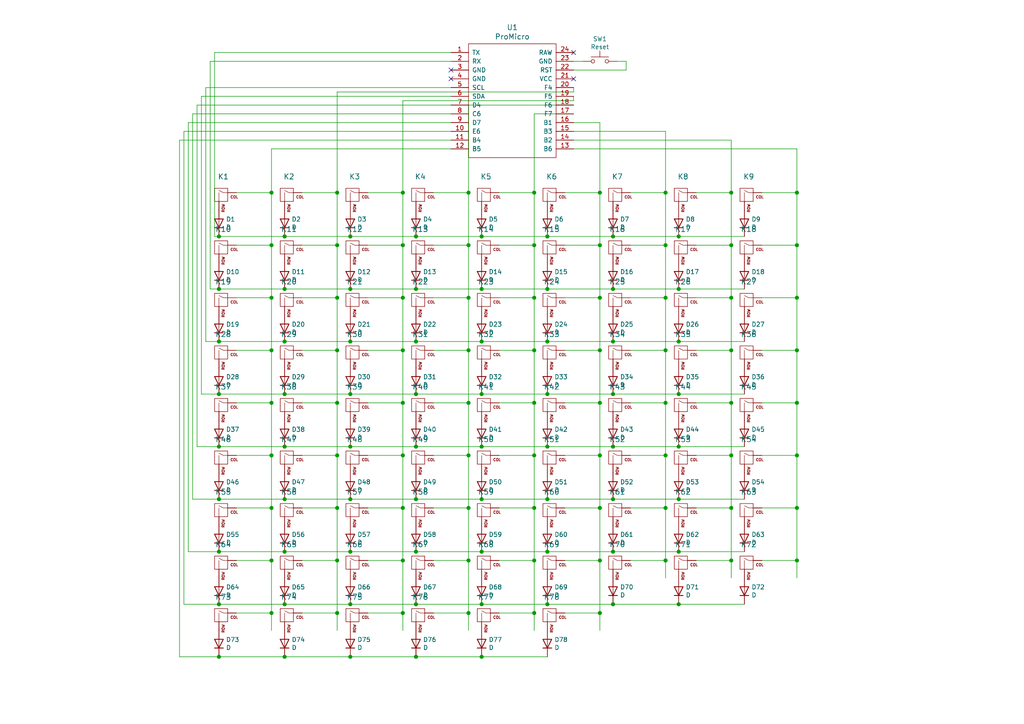
<source format=kicad_sch>
(kicad_sch (version 20210406) (generator eeschema)
  (paper "A4")
  (junction (at 63.5 68.58) (diameter 1.016))
  (junction (at 63.5 83.82) (diameter 1.016))
  (junction (at 63.5 99.06) (diameter 1.016))
  (junction (at 63.5 114.3) (diameter 1.016))
  (junction (at 63.5 129.54) (diameter 1.016))
  (junction (at 63.5 144.78) (diameter 1.016))
  (junction (at 63.5 160.02) (diameter 1.016))
  (junction (at 63.5 175.26) (diameter 1.016))
  (junction (at 63.5 190.5) (diameter 1.016))
  (junction (at 78.74 55.88) (diameter 1.016))
  (junction (at 78.74 71.12) (diameter 1.016))
  (junction (at 78.74 86.36) (diameter 1.016))
  (junction (at 78.74 101.6) (diameter 1.016))
  (junction (at 78.74 116.84) (diameter 1.016))
  (junction (at 78.74 132.08) (diameter 1.016))
  (junction (at 78.74 147.32) (diameter 1.016))
  (junction (at 78.74 162.56) (diameter 1.016))
  (junction (at 78.74 177.8) (diameter 1.016))
  (junction (at 82.55 68.58) (diameter 1.016))
  (junction (at 82.55 83.82) (diameter 1.016))
  (junction (at 82.55 99.06) (diameter 1.016))
  (junction (at 82.55 114.3) (diameter 1.016))
  (junction (at 82.55 129.54) (diameter 1.016))
  (junction (at 82.55 144.78) (diameter 1.016))
  (junction (at 82.55 160.02) (diameter 1.016))
  (junction (at 82.55 175.26) (diameter 1.016))
  (junction (at 82.55 190.5) (diameter 1.016))
  (junction (at 97.79 55.88) (diameter 1.016))
  (junction (at 97.79 71.12) (diameter 1.016))
  (junction (at 97.79 86.36) (diameter 1.016))
  (junction (at 97.79 101.6) (diameter 1.016))
  (junction (at 97.79 116.84) (diameter 1.016))
  (junction (at 97.79 132.08) (diameter 1.016))
  (junction (at 97.79 147.32) (diameter 1.016))
  (junction (at 97.79 162.56) (diameter 1.016))
  (junction (at 97.79 177.8) (diameter 1.016))
  (junction (at 101.6 68.58) (diameter 1.016))
  (junction (at 101.6 83.82) (diameter 1.016))
  (junction (at 101.6 99.06) (diameter 1.016))
  (junction (at 101.6 114.3) (diameter 1.016))
  (junction (at 101.6 129.54) (diameter 1.016))
  (junction (at 101.6 144.78) (diameter 1.016))
  (junction (at 101.6 160.02) (diameter 1.016))
  (junction (at 101.6 175.26) (diameter 1.016))
  (junction (at 101.6 190.5) (diameter 1.016))
  (junction (at 116.84 55.88) (diameter 1.016))
  (junction (at 116.84 71.12) (diameter 1.016))
  (junction (at 116.84 86.36) (diameter 1.016))
  (junction (at 116.84 101.6) (diameter 1.016))
  (junction (at 116.84 116.84) (diameter 1.016))
  (junction (at 116.84 132.08) (diameter 1.016))
  (junction (at 116.84 147.32) (diameter 1.016))
  (junction (at 116.84 162.56) (diameter 1.016))
  (junction (at 116.84 177.8) (diameter 1.016))
  (junction (at 120.65 68.58) (diameter 1.016))
  (junction (at 120.65 83.82) (diameter 1.016))
  (junction (at 120.65 99.06) (diameter 1.016))
  (junction (at 120.65 114.3) (diameter 1.016))
  (junction (at 120.65 129.54) (diameter 1.016))
  (junction (at 120.65 144.78) (diameter 1.016))
  (junction (at 120.65 160.02) (diameter 1.016))
  (junction (at 120.65 175.26) (diameter 1.016))
  (junction (at 120.65 190.5) (diameter 1.016))
  (junction (at 135.89 55.88) (diameter 1.016))
  (junction (at 135.89 71.12) (diameter 1.016))
  (junction (at 135.89 86.36) (diameter 1.016))
  (junction (at 135.89 101.6) (diameter 1.016))
  (junction (at 135.89 116.84) (diameter 1.016))
  (junction (at 135.89 132.08) (diameter 1.016))
  (junction (at 135.89 147.32) (diameter 1.016))
  (junction (at 135.89 162.56) (diameter 1.016))
  (junction (at 135.89 177.8) (diameter 1.016))
  (junction (at 139.7 68.58) (diameter 1.016))
  (junction (at 139.7 83.82) (diameter 1.016))
  (junction (at 139.7 99.06) (diameter 1.016))
  (junction (at 139.7 114.3) (diameter 1.016))
  (junction (at 139.7 129.54) (diameter 1.016))
  (junction (at 139.7 144.78) (diameter 1.016))
  (junction (at 139.7 160.02) (diameter 1.016))
  (junction (at 139.7 175.26) (diameter 1.016))
  (junction (at 139.7 190.5) (diameter 1.016))
  (junction (at 154.94 55.88) (diameter 1.016))
  (junction (at 154.94 71.12) (diameter 1.016))
  (junction (at 154.94 86.36) (diameter 1.016))
  (junction (at 154.94 101.6) (diameter 1.016))
  (junction (at 154.94 116.84) (diameter 1.016))
  (junction (at 154.94 132.08) (diameter 1.016))
  (junction (at 154.94 147.32) (diameter 1.016))
  (junction (at 154.94 162.56) (diameter 1.016))
  (junction (at 154.94 177.8) (diameter 1.016))
  (junction (at 158.75 68.58) (diameter 1.016))
  (junction (at 158.75 83.82) (diameter 1.016))
  (junction (at 158.75 99.06) (diameter 1.016))
  (junction (at 158.75 114.3) (diameter 1.016))
  (junction (at 158.75 129.54) (diameter 1.016))
  (junction (at 158.75 144.78) (diameter 1.016))
  (junction (at 158.75 160.02) (diameter 1.016))
  (junction (at 158.75 175.26) (diameter 1.016))
  (junction (at 173.99 55.88) (diameter 1.016))
  (junction (at 173.99 71.12) (diameter 1.016))
  (junction (at 173.99 86.36) (diameter 1.016))
  (junction (at 173.99 101.6) (diameter 1.016))
  (junction (at 173.99 116.84) (diameter 1.016))
  (junction (at 173.99 132.08) (diameter 1.016))
  (junction (at 173.99 147.32) (diameter 1.016))
  (junction (at 173.99 162.56) (diameter 1.016))
  (junction (at 173.99 177.8) (diameter 1.016))
  (junction (at 177.8 68.58) (diameter 1.016))
  (junction (at 177.8 83.82) (diameter 1.016))
  (junction (at 177.8 99.06) (diameter 1.016))
  (junction (at 177.8 114.3) (diameter 1.016))
  (junction (at 177.8 129.54) (diameter 1.016))
  (junction (at 177.8 144.78) (diameter 1.016))
  (junction (at 177.8 160.02) (diameter 1.016))
  (junction (at 177.8 175.26) (diameter 1.016))
  (junction (at 193.04 55.88) (diameter 1.016))
  (junction (at 193.04 71.12) (diameter 1.016))
  (junction (at 193.04 86.36) (diameter 1.016))
  (junction (at 193.04 101.6) (diameter 1.016))
  (junction (at 193.04 116.84) (diameter 1.016))
  (junction (at 193.04 132.08) (diameter 1.016))
  (junction (at 193.04 147.32) (diameter 1.016))
  (junction (at 193.04 162.56) (diameter 1.016))
  (junction (at 196.85 68.58) (diameter 1.016))
  (junction (at 196.85 83.82) (diameter 1.016))
  (junction (at 196.85 99.06) (diameter 1.016))
  (junction (at 196.85 114.3) (diameter 1.016))
  (junction (at 196.85 129.54) (diameter 1.016))
  (junction (at 196.85 144.78) (diameter 1.016))
  (junction (at 196.85 160.02) (diameter 1.016))
  (junction (at 196.85 175.26) (diameter 1.016))
  (junction (at 212.09 55.88) (diameter 1.016))
  (junction (at 212.09 71.12) (diameter 1.016))
  (junction (at 212.09 86.36) (diameter 1.016))
  (junction (at 212.09 101.6) (diameter 1.016))
  (junction (at 212.09 116.84) (diameter 1.016))
  (junction (at 212.09 132.08) (diameter 1.016))
  (junction (at 212.09 147.32) (diameter 1.016))
  (junction (at 212.09 162.56) (diameter 1.016))
  (junction (at 231.14 55.88) (diameter 1.016))
  (junction (at 231.14 71.12) (diameter 1.016))
  (junction (at 231.14 86.36) (diameter 1.016))
  (junction (at 231.14 101.6) (diameter 1.016))
  (junction (at 231.14 116.84) (diameter 1.016))
  (junction (at 231.14 132.08) (diameter 1.016))
  (junction (at 231.14 147.32) (diameter 1.016))
  (junction (at 231.14 162.56) (diameter 1.016))
  (no_connect (at 130.81 20.32))
  (no_connect (at 130.81 22.86))
  (no_connect (at 166.37 15.24))
  (no_connect (at 166.37 22.86))
  (wire (pts (xy 52.07 40.64) (xy 52.07 190.5)))
  (wire (pts (xy 52.07 190.5) (xy 63.5 190.5)))
  (wire (pts (xy 53.34 38.1) (xy 130.81 38.1)))
  (wire (pts (xy 53.34 175.26) (xy 53.34 38.1)))
  (wire (pts (xy 54.61 35.56) (xy 54.61 160.02)))
  (wire (pts (xy 54.61 160.02) (xy 63.5 160.02)))
  (wire (pts (xy 55.88 33.02) (xy 130.81 33.02)))
  (wire (pts (xy 55.88 144.78) (xy 55.88 33.02)))
  (wire (pts (xy 57.15 30.48) (xy 57.15 129.54)))
  (wire (pts (xy 57.15 129.54) (xy 63.5 129.54)))
  (wire (pts (xy 58.42 27.94) (xy 130.81 27.94)))
  (wire (pts (xy 58.42 114.3) (xy 58.42 27.94)))
  (wire (pts (xy 59.69 25.4) (xy 59.69 99.06)))
  (wire (pts (xy 59.69 99.06) (xy 63.5 99.06)))
  (wire (pts (xy 60.96 17.78) (xy 130.81 17.78)))
  (wire (pts (xy 60.96 83.82) (xy 60.96 17.78)))
  (wire (pts (xy 62.23 15.24) (xy 62.23 68.58)))
  (wire (pts (xy 62.23 68.58) (xy 63.5 68.58)))
  (wire (pts (xy 63.5 68.58) (xy 82.55 68.58)))
  (wire (pts (xy 63.5 83.82) (xy 60.96 83.82)))
  (wire (pts (xy 63.5 99.06) (xy 82.55 99.06)))
  (wire (pts (xy 63.5 114.3) (xy 58.42 114.3)))
  (wire (pts (xy 63.5 129.54) (xy 82.55 129.54)))
  (wire (pts (xy 63.5 144.78) (xy 55.88 144.78)))
  (wire (pts (xy 63.5 160.02) (xy 82.55 160.02)))
  (wire (pts (xy 63.5 175.26) (xy 53.34 175.26)))
  (wire (pts (xy 63.5 190.5) (xy 82.55 190.5)))
  (wire (pts (xy 68.58 55.88) (xy 78.74 55.88)))
  (wire (pts (xy 68.58 71.12) (xy 78.74 71.12)))
  (wire (pts (xy 68.58 86.36) (xy 78.74 86.36)))
  (wire (pts (xy 68.58 101.6) (xy 78.74 101.6)))
  (wire (pts (xy 68.58 116.84) (xy 78.74 116.84)))
  (wire (pts (xy 68.58 132.08) (xy 78.74 132.08)))
  (wire (pts (xy 68.58 147.32) (xy 78.74 147.32)))
  (wire (pts (xy 68.58 162.56) (xy 78.74 162.56)))
  (wire (pts (xy 68.58 177.8) (xy 78.74 177.8)))
  (wire (pts (xy 78.74 43.18) (xy 78.74 55.88)))
  (wire (pts (xy 78.74 55.88) (xy 78.74 71.12)))
  (wire (pts (xy 78.74 71.12) (xy 78.74 86.36)))
  (wire (pts (xy 78.74 86.36) (xy 78.74 101.6)))
  (wire (pts (xy 78.74 101.6) (xy 78.74 116.84)))
  (wire (pts (xy 78.74 116.84) (xy 78.74 132.08)))
  (wire (pts (xy 78.74 132.08) (xy 78.74 147.32)))
  (wire (pts (xy 78.74 147.32) (xy 78.74 162.56)))
  (wire (pts (xy 78.74 162.56) (xy 78.74 177.8)))
  (wire (pts (xy 78.74 177.8) (xy 78.74 182.88)))
  (wire (pts (xy 82.55 68.58) (xy 101.6 68.58)))
  (wire (pts (xy 82.55 83.82) (xy 63.5 83.82)))
  (wire (pts (xy 82.55 99.06) (xy 101.6 99.06)))
  (wire (pts (xy 82.55 114.3) (xy 63.5 114.3)))
  (wire (pts (xy 82.55 129.54) (xy 101.6 129.54)))
  (wire (pts (xy 82.55 144.78) (xy 63.5 144.78)))
  (wire (pts (xy 82.55 160.02) (xy 101.6 160.02)))
  (wire (pts (xy 82.55 175.26) (xy 63.5 175.26)))
  (wire (pts (xy 82.55 190.5) (xy 101.6 190.5)))
  (wire (pts (xy 87.63 55.88) (xy 97.79 55.88)))
  (wire (pts (xy 87.63 71.12) (xy 97.79 71.12)))
  (wire (pts (xy 87.63 86.36) (xy 97.79 86.36)))
  (wire (pts (xy 87.63 101.6) (xy 97.79 101.6)))
  (wire (pts (xy 87.63 116.84) (xy 97.79 116.84)))
  (wire (pts (xy 87.63 132.08) (xy 97.79 132.08)))
  (wire (pts (xy 87.63 147.32) (xy 97.79 147.32)))
  (wire (pts (xy 87.63 162.56) (xy 97.79 162.56)))
  (wire (pts (xy 87.63 177.8) (xy 97.79 177.8)))
  (wire (pts (xy 97.79 26.67) (xy 97.79 55.88)))
  (wire (pts (xy 97.79 26.67) (xy 166.37 26.67)))
  (wire (pts (xy 97.79 55.88) (xy 97.79 71.12)))
  (wire (pts (xy 97.79 71.12) (xy 97.79 86.36)))
  (wire (pts (xy 97.79 86.36) (xy 97.79 101.6)))
  (wire (pts (xy 97.79 101.6) (xy 97.79 116.84)))
  (wire (pts (xy 97.79 116.84) (xy 97.79 132.08)))
  (wire (pts (xy 97.79 132.08) (xy 97.79 147.32)))
  (wire (pts (xy 97.79 147.32) (xy 97.79 162.56)))
  (wire (pts (xy 97.79 162.56) (xy 97.79 177.8)))
  (wire (pts (xy 97.79 177.8) (xy 97.79 182.88)))
  (wire (pts (xy 101.6 68.58) (xy 120.65 68.58)))
  (wire (pts (xy 101.6 83.82) (xy 82.55 83.82)))
  (wire (pts (xy 101.6 99.06) (xy 120.65 99.06)))
  (wire (pts (xy 101.6 114.3) (xy 82.55 114.3)))
  (wire (pts (xy 101.6 129.54) (xy 120.65 129.54)))
  (wire (pts (xy 101.6 144.78) (xy 82.55 144.78)))
  (wire (pts (xy 101.6 160.02) (xy 120.65 160.02)))
  (wire (pts (xy 101.6 175.26) (xy 82.55 175.26)))
  (wire (pts (xy 101.6 190.5) (xy 120.65 190.5)))
  (wire (pts (xy 106.68 55.88) (xy 116.84 55.88)))
  (wire (pts (xy 106.68 71.12) (xy 116.84 71.12)))
  (wire (pts (xy 106.68 86.36) (xy 116.84 86.36)))
  (wire (pts (xy 106.68 101.6) (xy 116.84 101.6)))
  (wire (pts (xy 106.68 116.84) (xy 116.84 116.84)))
  (wire (pts (xy 106.68 132.08) (xy 116.84 132.08)))
  (wire (pts (xy 106.68 147.32) (xy 116.84 147.32)))
  (wire (pts (xy 106.68 162.56) (xy 116.84 162.56)))
  (wire (pts (xy 106.68 177.8) (xy 116.84 177.8)))
  (wire (pts (xy 116.84 29.21) (xy 116.84 55.88)))
  (wire (pts (xy 116.84 55.88) (xy 116.84 71.12)))
  (wire (pts (xy 116.84 71.12) (xy 116.84 86.36)))
  (wire (pts (xy 116.84 86.36) (xy 116.84 101.6)))
  (wire (pts (xy 116.84 101.6) (xy 116.84 116.84)))
  (wire (pts (xy 116.84 116.84) (xy 116.84 132.08)))
  (wire (pts (xy 116.84 132.08) (xy 116.84 147.32)))
  (wire (pts (xy 116.84 147.32) (xy 116.84 162.56)))
  (wire (pts (xy 116.84 162.56) (xy 116.84 177.8)))
  (wire (pts (xy 116.84 177.8) (xy 116.84 182.88)))
  (wire (pts (xy 120.65 68.58) (xy 139.7 68.58)))
  (wire (pts (xy 120.65 83.82) (xy 101.6 83.82)))
  (wire (pts (xy 120.65 99.06) (xy 139.7 99.06)))
  (wire (pts (xy 120.65 114.3) (xy 101.6 114.3)))
  (wire (pts (xy 120.65 129.54) (xy 139.7 129.54)))
  (wire (pts (xy 120.65 144.78) (xy 101.6 144.78)))
  (wire (pts (xy 120.65 160.02) (xy 139.7 160.02)))
  (wire (pts (xy 120.65 175.26) (xy 101.6 175.26)))
  (wire (pts (xy 120.65 190.5) (xy 139.7 190.5)))
  (wire (pts (xy 125.73 55.88) (xy 135.89 55.88)))
  (wire (pts (xy 125.73 71.12) (xy 135.89 71.12)))
  (wire (pts (xy 125.73 86.36) (xy 135.89 86.36)))
  (wire (pts (xy 125.73 101.6) (xy 135.89 101.6)))
  (wire (pts (xy 125.73 116.84) (xy 135.89 116.84)))
  (wire (pts (xy 125.73 132.08) (xy 135.89 132.08)))
  (wire (pts (xy 125.73 147.32) (xy 135.89 147.32)))
  (wire (pts (xy 125.73 162.56) (xy 135.89 162.56)))
  (wire (pts (xy 125.73 177.8) (xy 135.89 177.8)))
  (wire (pts (xy 130.81 15.24) (xy 62.23 15.24)))
  (wire (pts (xy 130.81 25.4) (xy 59.69 25.4)))
  (wire (pts (xy 130.81 30.48) (xy 57.15 30.48)))
  (wire (pts (xy 130.81 35.56) (xy 54.61 35.56)))
  (wire (pts (xy 130.81 40.64) (xy 52.07 40.64)))
  (wire (pts (xy 130.81 43.18) (xy 78.74 43.18)))
  (wire (pts (xy 135.89 30.48) (xy 135.89 55.88)))
  (wire (pts (xy 135.89 30.48) (xy 166.37 30.48)))
  (wire (pts (xy 135.89 55.88) (xy 135.89 71.12)))
  (wire (pts (xy 135.89 71.12) (xy 135.89 86.36)))
  (wire (pts (xy 135.89 86.36) (xy 135.89 101.6)))
  (wire (pts (xy 135.89 101.6) (xy 135.89 116.84)))
  (wire (pts (xy 135.89 116.84) (xy 135.89 132.08)))
  (wire (pts (xy 135.89 132.08) (xy 135.89 147.32)))
  (wire (pts (xy 135.89 147.32) (xy 135.89 162.56)))
  (wire (pts (xy 135.89 162.56) (xy 135.89 177.8)))
  (wire (pts (xy 135.89 177.8) (xy 135.89 182.88)))
  (wire (pts (xy 139.7 68.58) (xy 158.75 68.58)))
  (wire (pts (xy 139.7 83.82) (xy 120.65 83.82)))
  (wire (pts (xy 139.7 99.06) (xy 158.75 99.06)))
  (wire (pts (xy 139.7 114.3) (xy 120.65 114.3)))
  (wire (pts (xy 139.7 129.54) (xy 158.75 129.54)))
  (wire (pts (xy 139.7 144.78) (xy 120.65 144.78)))
  (wire (pts (xy 139.7 160.02) (xy 158.75 160.02)))
  (wire (pts (xy 139.7 175.26) (xy 120.65 175.26)))
  (wire (pts (xy 144.78 55.88) (xy 154.94 55.88)))
  (wire (pts (xy 144.78 71.12) (xy 154.94 71.12)))
  (wire (pts (xy 144.78 86.36) (xy 154.94 86.36)))
  (wire (pts (xy 144.78 101.6) (xy 154.94 101.6)))
  (wire (pts (xy 144.78 116.84) (xy 154.94 116.84)))
  (wire (pts (xy 144.78 132.08) (xy 154.94 132.08)))
  (wire (pts (xy 144.78 147.32) (xy 154.94 147.32)))
  (wire (pts (xy 144.78 162.56) (xy 154.94 162.56)))
  (wire (pts (xy 144.78 177.8) (xy 154.94 177.8)))
  (wire (pts (xy 154.94 33.02) (xy 154.94 55.88)))
  (wire (pts (xy 154.94 55.88) (xy 154.94 71.12)))
  (wire (pts (xy 154.94 71.12) (xy 154.94 86.36)))
  (wire (pts (xy 154.94 86.36) (xy 154.94 101.6)))
  (wire (pts (xy 154.94 101.6) (xy 154.94 116.84)))
  (wire (pts (xy 154.94 116.84) (xy 154.94 132.08)))
  (wire (pts (xy 154.94 132.08) (xy 154.94 147.32)))
  (wire (pts (xy 154.94 147.32) (xy 154.94 162.56)))
  (wire (pts (xy 154.94 162.56) (xy 154.94 177.8)))
  (wire (pts (xy 154.94 177.8) (xy 154.94 182.88)))
  (wire (pts (xy 158.75 68.58) (xy 177.8 68.58)))
  (wire (pts (xy 158.75 83.82) (xy 139.7 83.82)))
  (wire (pts (xy 158.75 99.06) (xy 177.8 99.06)))
  (wire (pts (xy 158.75 114.3) (xy 139.7 114.3)))
  (wire (pts (xy 158.75 129.54) (xy 177.8 129.54)))
  (wire (pts (xy 158.75 144.78) (xy 139.7 144.78)))
  (wire (pts (xy 158.75 160.02) (xy 177.8 160.02)))
  (wire (pts (xy 158.75 175.26) (xy 139.7 175.26)))
  (wire (pts (xy 158.75 190.5) (xy 139.7 190.5)))
  (wire (pts (xy 163.83 55.88) (xy 173.99 55.88)))
  (wire (pts (xy 163.83 71.12) (xy 173.99 71.12)))
  (wire (pts (xy 163.83 86.36) (xy 173.99 86.36)))
  (wire (pts (xy 163.83 101.6) (xy 173.99 101.6)))
  (wire (pts (xy 163.83 116.84) (xy 173.99 116.84)))
  (wire (pts (xy 163.83 132.08) (xy 173.99 132.08)))
  (wire (pts (xy 163.83 147.32) (xy 173.99 147.32)))
  (wire (pts (xy 163.83 162.56) (xy 173.99 162.56)))
  (wire (pts (xy 163.83 177.8) (xy 173.99 177.8)))
  (wire (pts (xy 166.37 17.78) (xy 168.91 17.78)))
  (wire (pts (xy 166.37 20.32) (xy 181.61 20.32)))
  (wire (pts (xy 166.37 26.67) (xy 166.37 25.4)))
  (wire (pts (xy 166.37 27.94) (xy 166.37 29.21)))
  (wire (pts (xy 166.37 29.21) (xy 116.84 29.21)))
  (wire (pts (xy 166.37 33.02) (xy 154.94 33.02)))
  (wire (pts (xy 166.37 38.1) (xy 193.04 38.1)))
  (wire (pts (xy 166.37 43.18) (xy 231.14 43.18)))
  (wire (pts (xy 173.99 35.56) (xy 166.37 35.56)))
  (wire (pts (xy 173.99 35.56) (xy 173.99 55.88)))
  (wire (pts (xy 173.99 55.88) (xy 173.99 71.12)))
  (wire (pts (xy 173.99 71.12) (xy 173.99 86.36)))
  (wire (pts (xy 173.99 86.36) (xy 173.99 101.6)))
  (wire (pts (xy 173.99 101.6) (xy 173.99 116.84)))
  (wire (pts (xy 173.99 116.84) (xy 173.99 132.08)))
  (wire (pts (xy 173.99 132.08) (xy 173.99 147.32)))
  (wire (pts (xy 173.99 147.32) (xy 173.99 162.56)))
  (wire (pts (xy 173.99 162.56) (xy 173.99 177.8)))
  (wire (pts (xy 173.99 177.8) (xy 173.99 182.88)))
  (wire (pts (xy 177.8 68.58) (xy 196.85 68.58)))
  (wire (pts (xy 177.8 83.82) (xy 158.75 83.82)))
  (wire (pts (xy 177.8 99.06) (xy 196.85 99.06)))
  (wire (pts (xy 177.8 114.3) (xy 158.75 114.3)))
  (wire (pts (xy 177.8 129.54) (xy 196.85 129.54)))
  (wire (pts (xy 177.8 144.78) (xy 158.75 144.78)))
  (wire (pts (xy 177.8 160.02) (xy 196.85 160.02)))
  (wire (pts (xy 177.8 175.26) (xy 158.75 175.26)))
  (wire (pts (xy 179.07 17.78) (xy 181.61 17.78)))
  (wire (pts (xy 181.61 20.32) (xy 181.61 17.78)))
  (wire (pts (xy 182.88 55.88) (xy 193.04 55.88)))
  (wire (pts (xy 182.88 71.12) (xy 193.04 71.12)))
  (wire (pts (xy 182.88 86.36) (xy 193.04 86.36)))
  (wire (pts (xy 182.88 101.6) (xy 193.04 101.6)))
  (wire (pts (xy 182.88 116.84) (xy 193.04 116.84)))
  (wire (pts (xy 182.88 132.08) (xy 193.04 132.08)))
  (wire (pts (xy 182.88 147.32) (xy 193.04 147.32)))
  (wire (pts (xy 182.88 162.56) (xy 193.04 162.56)))
  (wire (pts (xy 193.04 38.1) (xy 193.04 55.88)))
  (wire (pts (xy 193.04 55.88) (xy 193.04 71.12)))
  (wire (pts (xy 193.04 71.12) (xy 193.04 86.36)))
  (wire (pts (xy 193.04 86.36) (xy 193.04 101.6)))
  (wire (pts (xy 193.04 101.6) (xy 193.04 116.84)))
  (wire (pts (xy 193.04 116.84) (xy 193.04 132.08)))
  (wire (pts (xy 193.04 132.08) (xy 193.04 147.32)))
  (wire (pts (xy 193.04 147.32) (xy 193.04 162.56)))
  (wire (pts (xy 193.04 162.56) (xy 193.04 167.64)))
  (wire (pts (xy 196.85 68.58) (xy 215.9 68.58)))
  (wire (pts (xy 196.85 83.82) (xy 177.8 83.82)))
  (wire (pts (xy 196.85 99.06) (xy 215.9 99.06)))
  (wire (pts (xy 196.85 114.3) (xy 177.8 114.3)))
  (wire (pts (xy 196.85 129.54) (xy 215.9 129.54)))
  (wire (pts (xy 196.85 144.78) (xy 177.8 144.78)))
  (wire (pts (xy 196.85 160.02) (xy 215.9 160.02)))
  (wire (pts (xy 196.85 175.26) (xy 177.8 175.26)))
  (wire (pts (xy 201.93 55.88) (xy 212.09 55.88)))
  (wire (pts (xy 201.93 71.12) (xy 212.09 71.12)))
  (wire (pts (xy 201.93 86.36) (xy 212.09 86.36)))
  (wire (pts (xy 201.93 101.6) (xy 212.09 101.6)))
  (wire (pts (xy 201.93 116.84) (xy 212.09 116.84)))
  (wire (pts (xy 201.93 132.08) (xy 212.09 132.08)))
  (wire (pts (xy 201.93 147.32) (xy 212.09 147.32)))
  (wire (pts (xy 201.93 162.56) (xy 212.09 162.56)))
  (wire (pts (xy 212.09 40.64) (xy 166.37 40.64)))
  (wire (pts (xy 212.09 40.64) (xy 212.09 55.88)))
  (wire (pts (xy 212.09 55.88) (xy 212.09 71.12)))
  (wire (pts (xy 212.09 71.12) (xy 212.09 86.36)))
  (wire (pts (xy 212.09 86.36) (xy 212.09 101.6)))
  (wire (pts (xy 212.09 101.6) (xy 212.09 116.84)))
  (wire (pts (xy 212.09 116.84) (xy 212.09 132.08)))
  (wire (pts (xy 212.09 132.08) (xy 212.09 147.32)))
  (wire (pts (xy 212.09 147.32) (xy 212.09 162.56)))
  (wire (pts (xy 212.09 162.56) (xy 212.09 167.64)))
  (wire (pts (xy 215.9 83.82) (xy 196.85 83.82)))
  (wire (pts (xy 215.9 114.3) (xy 196.85 114.3)))
  (wire (pts (xy 215.9 144.78) (xy 196.85 144.78)))
  (wire (pts (xy 215.9 175.26) (xy 196.85 175.26)))
  (wire (pts (xy 220.98 55.88) (xy 231.14 55.88)))
  (wire (pts (xy 220.98 71.12) (xy 231.14 71.12)))
  (wire (pts (xy 220.98 86.36) (xy 231.14 86.36)))
  (wire (pts (xy 220.98 101.6) (xy 231.14 101.6)))
  (wire (pts (xy 220.98 116.84) (xy 231.14 116.84)))
  (wire (pts (xy 220.98 132.08) (xy 231.14 132.08)))
  (wire (pts (xy 220.98 147.32) (xy 231.14 147.32)))
  (wire (pts (xy 220.98 162.56) (xy 231.14 162.56)))
  (wire (pts (xy 231.14 43.18) (xy 231.14 55.88)))
  (wire (pts (xy 231.14 55.88) (xy 231.14 71.12)))
  (wire (pts (xy 231.14 71.12) (xy 231.14 86.36)))
  (wire (pts (xy 231.14 86.36) (xy 231.14 101.6)))
  (wire (pts (xy 231.14 101.6) (xy 231.14 116.84)))
  (wire (pts (xy 231.14 116.84) (xy 231.14 132.08)))
  (wire (pts (xy 231.14 132.08) (xy 231.14 147.32)))
  (wire (pts (xy 231.14 147.32) (xy 231.14 162.56)))
  (wire (pts (xy 231.14 162.56) (xy 231.14 167.64)))
  (symbol (lib_id "southpawpcb-rescue:D-Device") (at 63.5 64.77 90) (unit 1)
    (property "Reference" "D1" (at 65.532 63.6016 90) (effects (justify right)))
    (property "Value" "D" (at 65.532 65.913 90) (effects (justify right)))
    (property "Footprint" "Canadian_Footprints:D_SOD123_axial-dual" (effects hide))
  )
  (symbol (lib_id "southpawpcb-rescue:D-Device") (at 63.5 80.01 90) (unit 1)
    (property "Reference" "D10" (at 65.532 78.8416 90) (effects (justify right)))
    (property "Value" "D" (at 65.532 81.153 90) (effects (justify right)))
    (property "Footprint" "Canadian_Footprints:D_SOD123_axial-dual" (effects hide))
  )
  (symbol (lib_id "southpawpcb-rescue:D-Device") (at 63.5 95.25 90) (unit 1)
    (property "Reference" "D19" (at 65.532 94.0816 90) (effects (justify right)))
    (property "Value" "D" (at 65.532 96.393 90) (effects (justify right)))
    (property "Footprint" "Canadian_Footprints:D_SOD123_axial-dual" (effects hide))
  )
  (symbol (lib_id "southpawpcb-rescue:D-Device") (at 63.5 110.49 90) (unit 1)
    (property "Reference" "D28" (at 65.532 109.3216 90) (effects (justify right)))
    (property "Value" "D" (at 65.532 111.633 90) (effects (justify right)))
    (property "Footprint" "Canadian_Footprints:D_SOD123_axial-dual" (effects hide))
  )
  (symbol (lib_id "southpawpcb-rescue:D-Device") (at 63.5 125.73 90) (unit 1)
    (property "Reference" "D37" (at 65.532 124.5616 90) (effects (justify right)))
    (property "Value" "D" (at 65.532 126.873 90) (effects (justify right)))
    (property "Footprint" "Canadian_Footprints:D_SOD123_axial-dual" (effects hide))
  )
  (symbol (lib_id "southpawpcb-rescue:D-Device") (at 63.5 140.97 90) (unit 1)
    (property "Reference" "D46" (at 65.532 139.8016 90) (effects (justify right)))
    (property "Value" "D" (at 65.532 142.113 90) (effects (justify right)))
    (property "Footprint" "Canadian_Footprints:D_SOD123_axial-dual" (effects hide))
  )
  (symbol (lib_id "southpawpcb-rescue:D-Device") (at 63.5 156.21 90) (unit 1)
    (property "Reference" "D55" (at 65.532 155.0416 90) (effects (justify right)))
    (property "Value" "D" (at 65.532 157.353 90) (effects (justify right)))
    (property "Footprint" "Canadian_Footprints:D_SOD123_axial-dual" (effects hide))
  )
  (symbol (lib_id "southpawpcb-rescue:D-Device") (at 63.5 171.45 90) (unit 1)
    (property "Reference" "D64" (at 65.532 170.2816 90) (effects (justify right)))
    (property "Value" "D" (at 65.532 172.593 90) (effects (justify right)))
    (property "Footprint" "Canadian_Footprints:D_SOD123_axial-dual" (effects hide))
  )
  (symbol (lib_id "southpawpcb-rescue:D-Device") (at 63.5 186.69 90) (unit 1)
    (property "Reference" "D73" (at 65.532 185.5216 90) (effects (justify right)))
    (property "Value" "D" (at 65.532 187.833 90) (effects (justify right)))
    (property "Footprint" "Canadian_Footprints:D_SOD123_axial-dual" (effects hide))
  )
  (symbol (lib_id "southpawpcb-rescue:D-Device") (at 82.55 64.77 90) (unit 1)
    (property "Reference" "D2" (at 84.582 63.6016 90) (effects (justify right)))
    (property "Value" "D" (at 84.582 65.913 90) (effects (justify right)))
    (property "Footprint" "Canadian_Footprints:D_SOD123_axial-dual" (effects hide))
  )
  (symbol (lib_id "southpawpcb-rescue:D-Device") (at 82.55 80.01 90) (unit 1)
    (property "Reference" "D11" (at 84.582 78.8416 90) (effects (justify right)))
    (property "Value" "D" (at 84.582 81.153 90) (effects (justify right)))
    (property "Footprint" "Canadian_Footprints:D_SOD123_axial-dual" (effects hide))
  )
  (symbol (lib_id "southpawpcb-rescue:D-Device") (at 82.55 95.25 90) (unit 1)
    (property "Reference" "D20" (at 84.582 94.0816 90) (effects (justify right)))
    (property "Value" "D" (at 84.582 96.393 90) (effects (justify right)))
    (property "Footprint" "Canadian_Footprints:D_SOD123_axial-dual" (effects hide))
  )
  (symbol (lib_id "southpawpcb-rescue:D-Device") (at 82.55 110.49 90) (unit 1)
    (property "Reference" "D29" (at 84.582 109.3216 90) (effects (justify right)))
    (property "Value" "D" (at 84.582 111.633 90) (effects (justify right)))
    (property "Footprint" "Canadian_Footprints:D_SOD123_axial-dual" (effects hide))
  )
  (symbol (lib_id "southpawpcb-rescue:D-Device") (at 82.55 125.73 90) (unit 1)
    (property "Reference" "D38" (at 84.582 124.5616 90) (effects (justify right)))
    (property "Value" "D" (at 84.582 126.873 90) (effects (justify right)))
    (property "Footprint" "Canadian_Footprints:D_SOD123_axial-dual" (effects hide))
  )
  (symbol (lib_id "southpawpcb-rescue:D-Device") (at 82.55 140.97 90) (unit 1)
    (property "Reference" "D47" (at 84.582 139.8016 90) (effects (justify right)))
    (property "Value" "D" (at 84.582 142.113 90) (effects (justify right)))
    (property "Footprint" "Canadian_Footprints:D_SOD123_axial-dual" (effects hide))
  )
  (symbol (lib_id "southpawpcb-rescue:D-Device") (at 82.55 156.21 90) (unit 1)
    (property "Reference" "D56" (at 84.582 155.0416 90) (effects (justify right)))
    (property "Value" "D" (at 84.582 157.353 90) (effects (justify right)))
    (property "Footprint" "Canadian_Footprints:D_SOD123_axial-dual" (effects hide))
  )
  (symbol (lib_id "southpawpcb-rescue:D-Device") (at 82.55 171.45 90) (unit 1)
    (property "Reference" "D65" (at 84.582 170.2816 90) (effects (justify right)))
    (property "Value" "D" (at 84.582 172.593 90) (effects (justify right)))
    (property "Footprint" "Canadian_Footprints:D_SOD123_axial-dual" (effects hide))
  )
  (symbol (lib_id "southpawpcb-rescue:D-Device") (at 82.55 186.69 90) (unit 1)
    (property "Reference" "D74" (at 84.582 185.5216 90) (effects (justify right)))
    (property "Value" "D" (at 84.582 187.833 90) (effects (justify right)))
    (property "Footprint" "Canadian_Footprints:D_SOD123_axial-dual" (effects hide))
  )
  (symbol (lib_id "southpawpcb-rescue:D-Device") (at 101.6 64.77 90) (unit 1)
    (property "Reference" "D3" (at 103.632 63.6016 90) (effects (justify right)))
    (property "Value" "D" (at 103.632 65.913 90) (effects (justify right)))
    (property "Footprint" "Canadian_Footprints:D_SOD123_axial-dual" (effects hide))
  )
  (symbol (lib_id "southpawpcb-rescue:D-Device") (at 101.6 80.01 90) (unit 1)
    (property "Reference" "D12" (at 103.632 78.8416 90) (effects (justify right)))
    (property "Value" "D" (at 103.632 81.153 90) (effects (justify right)))
    (property "Footprint" "Canadian_Footprints:D_SOD123_axial-dual" (effects hide))
  )
  (symbol (lib_id "southpawpcb-rescue:D-Device") (at 101.6 95.25 90) (unit 1)
    (property "Reference" "D21" (at 103.632 94.0816 90) (effects (justify right)))
    (property "Value" "D" (at 103.632 96.393 90) (effects (justify right)))
    (property "Footprint" "Canadian_Footprints:D_SOD123_axial-dual" (effects hide))
  )
  (symbol (lib_id "southpawpcb-rescue:D-Device") (at 101.6 110.49 90) (unit 1)
    (property "Reference" "D30" (at 103.632 109.3216 90) (effects (justify right)))
    (property "Value" "D" (at 103.632 111.633 90) (effects (justify right)))
    (property "Footprint" "Canadian_Footprints:D_SOD123_axial-dual" (effects hide))
  )
  (symbol (lib_id "southpawpcb-rescue:D-Device") (at 101.6 125.73 90) (unit 1)
    (property "Reference" "D39" (at 103.632 124.5616 90) (effects (justify right)))
    (property "Value" "D" (at 103.632 126.873 90) (effects (justify right)))
    (property "Footprint" "Canadian_Footprints:D_SOD123_axial-dual" (effects hide))
  )
  (symbol (lib_id "southpawpcb-rescue:D-Device") (at 101.6 140.97 90) (unit 1)
    (property "Reference" "D48" (at 103.632 139.8016 90) (effects (justify right)))
    (property "Value" "D" (at 103.632 142.113 90) (effects (justify right)))
    (property "Footprint" "Canadian_Footprints:D_SOD123_axial-dual" (effects hide))
  )
  (symbol (lib_id "southpawpcb-rescue:D-Device") (at 101.6 156.21 90) (unit 1)
    (property "Reference" "D57" (at 103.632 155.0416 90) (effects (justify right)))
    (property "Value" "D" (at 103.632 157.353 90) (effects (justify right)))
    (property "Footprint" "Canadian_Footprints:D_SOD123_axial-dual" (effects hide))
  )
  (symbol (lib_id "southpawpcb-rescue:D-Device") (at 101.6 171.45 90) (unit 1)
    (property "Reference" "D66" (at 103.632 170.2816 90) (effects (justify right)))
    (property "Value" "D" (at 103.632 172.593 90) (effects (justify right)))
    (property "Footprint" "Canadian_Footprints:D_SOD123_axial-dual" (effects hide))
  )
  (symbol (lib_id "southpawpcb-rescue:D-Device") (at 101.6 186.69 90) (unit 1)
    (property "Reference" "D75" (at 103.632 185.5216 90) (effects (justify right)))
    (property "Value" "D" (at 103.632 187.833 90) (effects (justify right)))
    (property "Footprint" "Canadian_Footprints:D_SOD123_axial-dual" (effects hide))
  )
  (symbol (lib_id "southpawpcb-rescue:D-Device") (at 120.65 64.77 90) (unit 1)
    (property "Reference" "D4" (at 122.682 63.6016 90) (effects (justify right)))
    (property "Value" "D" (at 122.682 65.913 90) (effects (justify right)))
    (property "Footprint" "Canadian_Footprints:D_SOD123_axial-dual" (effects hide))
  )
  (symbol (lib_id "southpawpcb-rescue:D-Device") (at 120.65 80.01 90) (unit 1)
    (property "Reference" "D13" (at 122.682 78.8416 90) (effects (justify right)))
    (property "Value" "D" (at 122.682 81.153 90) (effects (justify right)))
    (property "Footprint" "Canadian_Footprints:D_SOD123_axial-dual" (effects hide))
  )
  (symbol (lib_id "southpawpcb-rescue:D-Device") (at 120.65 95.25 90) (unit 1)
    (property "Reference" "D22" (at 122.682 94.0816 90) (effects (justify right)))
    (property "Value" "D" (at 122.682 96.393 90) (effects (justify right)))
    (property "Footprint" "Canadian_Footprints:D_SOD123_axial-dual" (effects hide))
  )
  (symbol (lib_id "southpawpcb-rescue:D-Device") (at 120.65 110.49 90) (unit 1)
    (property "Reference" "D31" (at 122.682 109.3216 90) (effects (justify right)))
    (property "Value" "D" (at 122.682 111.633 90) (effects (justify right)))
    (property "Footprint" "Canadian_Footprints:D_SOD123_axial-dual" (effects hide))
  )
  (symbol (lib_id "southpawpcb-rescue:D-Device") (at 120.65 125.73 90) (unit 1)
    (property "Reference" "D40" (at 122.682 124.5616 90) (effects (justify right)))
    (property "Value" "D" (at 122.682 126.873 90) (effects (justify right)))
    (property "Footprint" "Canadian_Footprints:D_SOD123_axial-dual" (effects hide))
  )
  (symbol (lib_id "southpawpcb-rescue:D-Device") (at 120.65 140.97 90) (unit 1)
    (property "Reference" "D49" (at 122.682 139.8016 90) (effects (justify right)))
    (property "Value" "D" (at 122.682 142.113 90) (effects (justify right)))
    (property "Footprint" "Canadian_Footprints:D_SOD123_axial-dual" (effects hide))
  )
  (symbol (lib_id "southpawpcb-rescue:D-Device") (at 120.65 156.21 90) (unit 1)
    (property "Reference" "D58" (at 122.682 155.0416 90) (effects (justify right)))
    (property "Value" "D" (at 122.682 157.353 90) (effects (justify right)))
    (property "Footprint" "Canadian_Footprints:D_SOD123_axial-dual" (effects hide))
  )
  (symbol (lib_id "southpawpcb-rescue:D-Device") (at 120.65 171.45 90) (unit 1)
    (property "Reference" "D67" (at 122.682 170.2816 90) (effects (justify right)))
    (property "Value" "D" (at 122.682 172.593 90) (effects (justify right)))
    (property "Footprint" "Canadian_Footprints:D_SOD123_axial-dual" (effects hide))
  )
  (symbol (lib_id "southpawpcb-rescue:D-Device") (at 120.65 186.69 90) (unit 1)
    (property "Reference" "D76" (at 122.682 185.5216 90) (effects (justify right)))
    (property "Value" "D" (at 122.682 187.833 90) (effects (justify right)))
    (property "Footprint" "Canadian_Footprints:D_SOD123_axial-dual" (effects hide))
  )
  (symbol (lib_id "southpawpcb-rescue:D-Device") (at 139.7 64.77 90) (unit 1)
    (property "Reference" "D5" (at 141.732 63.6016 90) (effects (justify right)))
    (property "Value" "D" (at 141.732 65.913 90) (effects (justify right)))
    (property "Footprint" "Canadian_Footprints:D_SOD123_axial-dual" (effects hide))
  )
  (symbol (lib_id "southpawpcb-rescue:D-Device") (at 139.7 80.01 90) (unit 1)
    (property "Reference" "D14" (at 141.732 78.8416 90) (effects (justify right)))
    (property "Value" "D" (at 141.732 81.153 90) (effects (justify right)))
    (property "Footprint" "Canadian_Footprints:D_SOD123_axial-dual" (effects hide))
  )
  (symbol (lib_id "southpawpcb-rescue:D-Device") (at 139.7 95.25 90) (unit 1)
    (property "Reference" "D23" (at 141.732 94.0816 90) (effects (justify right)))
    (property "Value" "D" (at 141.732 96.393 90) (effects (justify right)))
    (property "Footprint" "Canadian_Footprints:D_SOD123_axial-dual" (effects hide))
  )
  (symbol (lib_id "southpawpcb-rescue:D-Device") (at 139.7 110.49 90) (unit 1)
    (property "Reference" "D32" (at 141.732 109.3216 90) (effects (justify right)))
    (property "Value" "D" (at 141.732 111.633 90) (effects (justify right)))
    (property "Footprint" "Canadian_Footprints:D_SOD123_axial-dual" (effects hide))
  )
  (symbol (lib_id "southpawpcb-rescue:D-Device") (at 139.7 125.73 90) (unit 1)
    (property "Reference" "D41" (at 141.732 124.5616 90) (effects (justify right)))
    (property "Value" "D" (at 141.732 126.873 90) (effects (justify right)))
    (property "Footprint" "Canadian_Footprints:D_SOD123_axial-dual" (effects hide))
  )
  (symbol (lib_id "southpawpcb-rescue:D-Device") (at 139.7 140.97 90) (unit 1)
    (property "Reference" "D50" (at 141.732 139.8016 90) (effects (justify right)))
    (property "Value" "D" (at 141.732 142.113 90) (effects (justify right)))
    (property "Footprint" "Canadian_Footprints:D_SOD123_axial-dual" (effects hide))
  )
  (symbol (lib_id "southpawpcb-rescue:D-Device") (at 139.7 156.21 90) (unit 1)
    (property "Reference" "D59" (at 141.732 155.0416 90) (effects (justify right)))
    (property "Value" "D" (at 141.732 157.353 90) (effects (justify right)))
    (property "Footprint" "Canadian_Footprints:D_SOD123_axial-dual" (effects hide))
  )
  (symbol (lib_id "southpawpcb-rescue:D-Device") (at 139.7 171.45 90) (unit 1)
    (property "Reference" "D68" (at 141.732 170.2816 90) (effects (justify right)))
    (property "Value" "D" (at 141.732 172.593 90) (effects (justify right)))
    (property "Footprint" "Canadian_Footprints:D_SOD123_axial-dual" (effects hide))
  )
  (symbol (lib_id "southpawpcb-rescue:D-Device") (at 139.7 186.69 90) (unit 1)
    (property "Reference" "D77" (at 141.732 185.5216 90) (effects (justify right)))
    (property "Value" "D" (at 141.732 187.833 90) (effects (justify right)))
    (property "Footprint" "Canadian_Footprints:D_SOD123_axial-dual" (effects hide))
  )
  (symbol (lib_id "southpawpcb-rescue:D-Device") (at 158.75 64.77 90) (unit 1)
    (property "Reference" "D6" (at 160.782 63.6016 90) (effects (justify right)))
    (property "Value" "D" (at 160.782 65.913 90) (effects (justify right)))
    (property "Footprint" "Canadian_Footprints:D_SOD123_axial-dual" (effects hide))
  )
  (symbol (lib_id "southpawpcb-rescue:D-Device") (at 158.75 80.01 90) (unit 1)
    (property "Reference" "D15" (at 160.782 78.8416 90) (effects (justify right)))
    (property "Value" "D" (at 160.782 81.153 90) (effects (justify right)))
    (property "Footprint" "Canadian_Footprints:D_SOD123_axial-dual" (effects hide))
  )
  (symbol (lib_id "southpawpcb-rescue:D-Device") (at 158.75 95.25 90) (unit 1)
    (property "Reference" "D24" (at 160.782 94.0816 90) (effects (justify right)))
    (property "Value" "D" (at 160.782 96.393 90) (effects (justify right)))
    (property "Footprint" "Canadian_Footprints:D_SOD123_axial-dual" (effects hide))
  )
  (symbol (lib_id "southpawpcb-rescue:D-Device") (at 158.75 110.49 90) (unit 1)
    (property "Reference" "D33" (at 160.782 109.3216 90) (effects (justify right)))
    (property "Value" "D" (at 160.782 111.633 90) (effects (justify right)))
    (property "Footprint" "Canadian_Footprints:D_SOD123_axial-dual" (effects hide))
  )
  (symbol (lib_id "southpawpcb-rescue:D-Device") (at 158.75 125.73 90) (unit 1)
    (property "Reference" "D42" (at 160.782 124.5616 90) (effects (justify right)))
    (property "Value" "D" (at 160.782 126.873 90) (effects (justify right)))
    (property "Footprint" "Canadian_Footprints:D_SOD123_axial-dual" (effects hide))
  )
  (symbol (lib_id "southpawpcb-rescue:D-Device") (at 158.75 140.97 90) (unit 1)
    (property "Reference" "D51" (at 160.782 139.8016 90) (effects (justify right)))
    (property "Value" "D" (at 160.782 142.113 90) (effects (justify right)))
    (property "Footprint" "Canadian_Footprints:D_SOD123_axial-dual" (effects hide))
  )
  (symbol (lib_id "southpawpcb-rescue:D-Device") (at 158.75 156.21 90) (unit 1)
    (property "Reference" "D60" (at 160.782 155.0416 90) (effects (justify right)))
    (property "Value" "D" (at 160.782 157.353 90) (effects (justify right)))
    (property "Footprint" "Canadian_Footprints:D_SOD123_axial-dual" (effects hide))
  )
  (symbol (lib_id "southpawpcb-rescue:D-Device") (at 158.75 171.45 90) (unit 1)
    (property "Reference" "D69" (at 160.782 170.2816 90) (effects (justify right)))
    (property "Value" "D" (at 160.782 172.593 90) (effects (justify right)))
    (property "Footprint" "Canadian_Footprints:D_SOD123_axial-dual" (effects hide))
  )
  (symbol (lib_id "southpawpcb-rescue:D-Device") (at 158.75 186.69 90) (unit 1)
    (property "Reference" "D78" (at 160.782 185.5216 90) (effects (justify right)))
    (property "Value" "D" (at 160.782 187.833 90) (effects (justify right)))
    (property "Footprint" "Canadian_Footprints:D_SOD123_axial-dual" (effects hide))
  )
  (symbol (lib_id "southpawpcb-rescue:D-Device") (at 177.8 64.77 90) (unit 1)
    (property "Reference" "D7" (at 179.832 63.6016 90) (effects (justify right)))
    (property "Value" "D" (at 179.832 65.913 90) (effects (justify right)))
    (property "Footprint" "Canadian_Footprints:D_SOD123_axial-dual" (effects hide))
  )
  (symbol (lib_id "southpawpcb-rescue:D-Device") (at 177.8 80.01 90) (unit 1)
    (property "Reference" "D16" (at 179.832 78.8416 90) (effects (justify right)))
    (property "Value" "D" (at 179.832 81.153 90) (effects (justify right)))
    (property "Footprint" "Canadian_Footprints:D_SOD123_axial-dual" (effects hide))
  )
  (symbol (lib_id "southpawpcb-rescue:D-Device") (at 177.8 95.25 90) (unit 1)
    (property "Reference" "D25" (at 179.832 94.0816 90) (effects (justify right)))
    (property "Value" "D" (at 179.832 96.393 90) (effects (justify right)))
    (property "Footprint" "Canadian_Footprints:D_SOD123_axial-dual" (effects hide))
  )
  (symbol (lib_id "southpawpcb-rescue:D-Device") (at 177.8 110.49 90) (unit 1)
    (property "Reference" "D34" (at 179.832 109.3216 90) (effects (justify right)))
    (property "Value" "D" (at 179.832 111.633 90) (effects (justify right)))
    (property "Footprint" "Canadian_Footprints:D_SOD123_axial-dual" (effects hide))
  )
  (symbol (lib_id "southpawpcb-rescue:D-Device") (at 177.8 125.73 90) (unit 1)
    (property "Reference" "D43" (at 179.832 124.5616 90) (effects (justify right)))
    (property "Value" "D" (at 179.832 126.873 90) (effects (justify right)))
    (property "Footprint" "Canadian_Footprints:D_SOD123_axial-dual" (effects hide))
  )
  (symbol (lib_id "southpawpcb-rescue:D-Device") (at 177.8 140.97 90) (unit 1)
    (property "Reference" "D52" (at 179.832 139.8016 90) (effects (justify right)))
    (property "Value" "D" (at 179.832 142.113 90) (effects (justify right)))
    (property "Footprint" "Canadian_Footprints:D_SOD123_axial-dual" (effects hide))
  )
  (symbol (lib_id "southpawpcb-rescue:D-Device") (at 177.8 156.21 90) (unit 1)
    (property "Reference" "D61" (at 179.832 155.0416 90) (effects (justify right)))
    (property "Value" "D" (at 179.832 157.353 90) (effects (justify right)))
    (property "Footprint" "Canadian_Footprints:D_SOD123_axial-dual" (effects hide))
  )
  (symbol (lib_id "southpawpcb-rescue:D-Device") (at 177.8 171.45 90) (unit 1)
    (property "Reference" "D70" (at 179.832 170.2816 90) (effects (justify right)))
    (property "Value" "D" (at 179.832 172.593 90) (effects (justify right)))
    (property "Footprint" "Canadian_Footprints:D_SOD123_axial-dual" (effects hide))
  )
  (symbol (lib_id "southpawpcb-rescue:D-Device") (at 196.85 64.77 90) (unit 1)
    (property "Reference" "D8" (at 198.882 63.6016 90) (effects (justify right)))
    (property "Value" "D" (at 198.882 65.913 90) (effects (justify right)))
    (property "Footprint" "Canadian_Footprints:D_SOD123_axial-dual" (effects hide))
  )
  (symbol (lib_id "southpawpcb-rescue:D-Device") (at 196.85 80.01 90) (unit 1)
    (property "Reference" "D17" (at 198.882 78.8416 90) (effects (justify right)))
    (property "Value" "D" (at 198.882 81.153 90) (effects (justify right)))
    (property "Footprint" "Canadian_Footprints:D_SOD123_axial-dual" (effects hide))
  )
  (symbol (lib_id "southpawpcb-rescue:D-Device") (at 196.85 95.25 90) (unit 1)
    (property "Reference" "D26" (at 198.882 94.0816 90) (effects (justify right)))
    (property "Value" "D" (at 198.882 96.393 90) (effects (justify right)))
    (property "Footprint" "Canadian_Footprints:D_SOD123_axial-dual" (effects hide))
  )
  (symbol (lib_id "southpawpcb-rescue:D-Device") (at 196.85 110.49 90) (unit 1)
    (property "Reference" "D35" (at 198.882 109.3216 90) (effects (justify right)))
    (property "Value" "D" (at 198.882 111.633 90) (effects (justify right)))
    (property "Footprint" "Canadian_Footprints:D_SOD123_axial-dual" (effects hide))
  )
  (symbol (lib_id "southpawpcb-rescue:D-Device") (at 196.85 125.73 90) (unit 1)
    (property "Reference" "D44" (at 198.882 124.5616 90) (effects (justify right)))
    (property "Value" "D" (at 198.882 126.873 90) (effects (justify right)))
    (property "Footprint" "Canadian_Footprints:D_SOD123_axial-dual" (effects hide))
  )
  (symbol (lib_id "southpawpcb-rescue:D-Device") (at 196.85 140.97 90) (unit 1)
    (property "Reference" "D53" (at 198.882 139.8016 90) (effects (justify right)))
    (property "Value" "D" (at 198.882 142.113 90) (effects (justify right)))
    (property "Footprint" "Canadian_Footprints:D_SOD123_axial-dual" (effects hide))
  )
  (symbol (lib_id "southpawpcb-rescue:D-Device") (at 196.85 156.21 90) (unit 1)
    (property "Reference" "D62" (at 198.882 155.0416 90) (effects (justify right)))
    (property "Value" "D" (at 198.882 157.353 90) (effects (justify right)))
    (property "Footprint" "Canadian_Footprints:D_SOD123_axial-dual" (effects hide))
  )
  (symbol (lib_id "southpawpcb-rescue:D-Device") (at 196.85 171.45 90) (unit 1)
    (property "Reference" "D71" (at 198.882 170.2816 90) (effects (justify right)))
    (property "Value" "D" (at 198.882 172.593 90) (effects (justify right)))
    (property "Footprint" "Canadian_Footprints:D_SOD123_axial-dual" (effects hide))
  )
  (symbol (lib_id "southpawpcb-rescue:D-Device") (at 215.9 64.77 90) (unit 1)
    (property "Reference" "D9" (at 217.932 63.6016 90) (effects (justify right)))
    (property "Value" "D" (at 217.932 65.913 90) (effects (justify right)))
    (property "Footprint" "Canadian_Footprints:D_SOD123_axial-dual" (effects hide))
  )
  (symbol (lib_id "southpawpcb-rescue:D-Device") (at 215.9 80.01 90) (unit 1)
    (property "Reference" "D18" (at 217.932 78.8416 90) (effects (justify right)))
    (property "Value" "D" (at 217.932 81.153 90) (effects (justify right)))
    (property "Footprint" "Canadian_Footprints:D_SOD123_axial-dual" (effects hide))
  )
  (symbol (lib_id "southpawpcb-rescue:D-Device") (at 215.9 95.25 90) (unit 1)
    (property "Reference" "D27" (at 217.932 94.0816 90) (effects (justify right)))
    (property "Value" "D" (at 217.932 96.393 90) (effects (justify right)))
    (property "Footprint" "Canadian_Footprints:D_SOD123_axial-dual" (effects hide))
  )
  (symbol (lib_id "southpawpcb-rescue:D-Device") (at 215.9 110.49 90) (unit 1)
    (property "Reference" "D36" (at 217.932 109.3216 90) (effects (justify right)))
    (property "Value" "D" (at 217.932 111.633 90) (effects (justify right)))
    (property "Footprint" "Canadian_Footprints:D_SOD123_axial-dual" (effects hide))
  )
  (symbol (lib_id "southpawpcb-rescue:D-Device") (at 215.9 125.73 90) (unit 1)
    (property "Reference" "D45" (at 217.932 124.5616 90) (effects (justify right)))
    (property "Value" "D" (at 217.932 126.873 90) (effects (justify right)))
    (property "Footprint" "Canadian_Footprints:D_SOD123_axial-dual" (effects hide))
  )
  (symbol (lib_id "southpawpcb-rescue:D-Device") (at 215.9 140.97 90) (unit 1)
    (property "Reference" "D54" (at 217.932 139.8016 90) (effects (justify right)))
    (property "Value" "D" (at 217.932 142.113 90) (effects (justify right)))
    (property "Footprint" "Canadian_Footprints:D_SOD123_axial-dual" (effects hide))
  )
  (symbol (lib_id "southpawpcb-rescue:D-Device") (at 215.9 156.21 90) (unit 1)
    (property "Reference" "D63" (at 217.932 155.0416 90) (effects (justify right)))
    (property "Value" "D" (at 217.932 157.353 90) (effects (justify right)))
    (property "Footprint" "Canadian_Footprints:D_SOD123_axial-dual" (effects hide))
  )
  (symbol (lib_id "southpawpcb-rescue:D-Device") (at 215.9 171.45 90) (unit 1)
    (property "Reference" "D72" (at 217.932 170.2816 90) (effects (justify right)))
    (property "Value" "D" (at 217.932 172.593 90) (effects (justify right)))
    (property "Footprint" "Canadian_Footprints:D_SOD123_axial-dual" (effects hide))
  )
  (symbol (lib_id "southpawpcb-rescue:SW_Push-Switch") (at 173.99 17.78 0) (unit 1)
    (property "Reference" "SW1" (at 173.99 11.303 0))
    (property "Value" "Reset" (at 173.99 13.6144 0))
    (property "Footprint" "Button_Switch_SMD:SW_SPST_TL3342" (effects hide))
  )
  (symbol (lib_id "MX_Alps_Hybrid:MX-NoLED") (at 64.77 57.15 0) (unit 1)
    (property "Reference" "K1" (at 64.77 51.2318 0) (effects (font (size 1.524 1.524))))
    (property "Value" "KEYSW" (effects hide))
    (property "Footprint" "MX_Only:MXOnly-1U-Hotswap" (effects hide))
  )
  (symbol (lib_id "MX_Alps_Hybrid:MX-NoLED") (at 64.77 72.39 0) (unit 1)
    (property "Reference" "K10" (at 64.77 66.4718 0) (effects (font (size 1.524 1.524))))
    (property "Value" "KEYSW" (effects hide))
    (property "Footprint" "MX_Only:MXOnly-1U-Hotswap" (effects hide))
  )
  (symbol (lib_id "MX_Alps_Hybrid:MX-NoLED") (at 64.77 87.63 0) (unit 1)
    (property "Reference" "K19" (at 64.77 81.7118 0) (effects (font (size 1.524 1.524))))
    (property "Value" "KEYSW" (effects hide))
    (property "Footprint" "MX_Only:MXOnly-1U-Hotswap" (effects hide))
  )
  (symbol (lib_id "MX_Alps_Hybrid:MX-NoLED") (at 64.77 102.87 0) (unit 1)
    (property "Reference" "K28" (at 64.77 96.9518 0) (effects (font (size 1.524 1.524))))
    (property "Value" "KEYSW" (effects hide))
    (property "Footprint" "MX_Only:MXOnly-1U-Hotswap" (effects hide))
  )
  (symbol (lib_id "MX_Alps_Hybrid:MX-NoLED") (at 64.77 118.11 0) (unit 1)
    (property "Reference" "K37" (at 64.77 112.1918 0) (effects (font (size 1.524 1.524))))
    (property "Value" "KEYSW" (effects hide))
    (property "Footprint" "MX_Only:MXOnly-1U-Hotswap" (effects hide))
  )
  (symbol (lib_id "MX_Alps_Hybrid:MX-NoLED") (at 64.77 133.35 0) (unit 1)
    (property "Reference" "K46" (at 64.77 127.4318 0) (effects (font (size 1.524 1.524))))
    (property "Value" "KEYSW" (effects hide))
    (property "Footprint" "MX_Only:MXOnly-1U-Hotswap" (effects hide))
  )
  (symbol (lib_id "MX_Alps_Hybrid:MX-NoLED") (at 64.77 148.59 0) (unit 1)
    (property "Reference" "K55" (at 64.77 142.6718 0) (effects (font (size 1.524 1.524))))
    (property "Value" "KEYSW" (effects hide))
    (property "Footprint" "MX_Only:MXOnly-1U-Hotswap" (effects hide))
  )
  (symbol (lib_id "MX_Alps_Hybrid:MX-NoLED") (at 64.77 163.83 0) (unit 1)
    (property "Reference" "K64" (at 64.77 157.9118 0) (effects (font (size 1.524 1.524))))
    (property "Value" "KEYSW" (effects hide))
    (property "Footprint" "MX_Only:MXOnly-1U-Hotswap" (effects hide))
  )
  (symbol (lib_id "MX_Alps_Hybrid:MX-NoLED") (at 64.77 179.07 0) (unit 1)
    (property "Reference" "K73" (at 64.77 173.1518 0) (effects (font (size 1.524 1.524))))
    (property "Value" "KEYSW" (effects hide))
    (property "Footprint" "MX_Only:MXOnly-1.25U-Hotswap" (effects hide))
  )
  (symbol (lib_id "MX_Alps_Hybrid:MX-NoLED") (at 83.82 57.15 0) (unit 1)
    (property "Reference" "K2" (at 83.82 51.2318 0) (effects (font (size 1.524 1.524))))
    (property "Value" "KEYSW" (effects hide))
    (property "Footprint" "MX_Only:MXOnly-1U-Hotswap" (effects hide))
  )
  (symbol (lib_id "MX_Alps_Hybrid:MX-NoLED") (at 83.82 72.39 0) (unit 1)
    (property "Reference" "K11" (at 83.82 66.4718 0) (effects (font (size 1.524 1.524))))
    (property "Value" "KEYSW" (effects hide))
    (property "Footprint" "MX_Only:MXOnly-1U-Hotswap" (effects hide))
  )
  (symbol (lib_id "MX_Alps_Hybrid:MX-NoLED") (at 83.82 87.63 0) (unit 1)
    (property "Reference" "K20" (at 83.82 81.7118 0) (effects (font (size 1.524 1.524))))
    (property "Value" "KEYSW" (effects hide))
    (property "Footprint" "MX_Only:MXOnly-1U-Hotswap" (effects hide))
  )
  (symbol (lib_id "MX_Alps_Hybrid:MX-NoLED") (at 83.82 102.87 0) (unit 1)
    (property "Reference" "K29" (at 83.82 96.9518 0) (effects (font (size 1.524 1.524))))
    (property "Value" "KEYSW" (effects hide))
    (property "Footprint" "MX_Only:MXOnly-1U-Hotswap" (effects hide))
  )
  (symbol (lib_id "MX_Alps_Hybrid:MX-NoLED") (at 83.82 118.11 0) (unit 1)
    (property "Reference" "K38" (at 83.82 112.1918 0) (effects (font (size 1.524 1.524))))
    (property "Value" "KEYSW" (effects hide))
    (property "Footprint" "MX_Only:MXOnly-1U-Hotswap" (effects hide))
  )
  (symbol (lib_id "MX_Alps_Hybrid:MX-NoLED") (at 83.82 133.35 0) (unit 1)
    (property "Reference" "K47" (at 83.82 127.4318 0) (effects (font (size 1.524 1.524))))
    (property "Value" "KEYSW" (effects hide))
    (property "Footprint" "MX_Only:MXOnly-1U-Hotswap" (effects hide))
  )
  (symbol (lib_id "MX_Alps_Hybrid:MX-NoLED") (at 83.82 148.59 0) (unit 1)
    (property "Reference" "K56" (at 83.82 142.6718 0) (effects (font (size 1.524 1.524))))
    (property "Value" "KEYSW" (effects hide))
    (property "Footprint" "MX_Only:MXOnly-2U-Hotswap" (effects hide))
  )
  (symbol (lib_id "MX_Alps_Hybrid:MX-NoLED") (at 83.82 163.83 0) (unit 1)
    (property "Reference" "K65" (at 83.82 157.9118 0) (effects (font (size 1.524 1.524))))
    (property "Value" "KEYSW" (effects hide))
    (property "Footprint" "MX_Only:MXOnly-1U-Hotswap" (effects hide))
  )
  (symbol (lib_id "MX_Alps_Hybrid:MX-NoLED") (at 83.82 179.07 0) (unit 1)
    (property "Reference" "K74" (at 83.82 173.1518 0) (effects (font (size 1.524 1.524))))
    (property "Value" "KEYSW" (effects hide))
    (property "Footprint" "MX_Only:MXOnly-6.25U-Hotswap" (effects hide))
  )
  (symbol (lib_id "MX_Alps_Hybrid:MX-NoLED") (at 102.87 57.15 0) (unit 1)
    (property "Reference" "K3" (at 102.87 51.2318 0) (effects (font (size 1.524 1.524))))
    (property "Value" "KEYSW" (effects hide))
    (property "Footprint" "MX_Only:MXOnly-1U-Hotswap" (effects hide))
  )
  (symbol (lib_id "MX_Alps_Hybrid:MX-NoLED") (at 102.87 72.39 0) (unit 1)
    (property "Reference" "K12" (at 102.87 66.4718 0) (effects (font (size 1.524 1.524))))
    (property "Value" "KEYSW" (effects hide))
    (property "Footprint" "MX_Only:MXOnly-1U-Hotswap" (effects hide))
  )
  (symbol (lib_id "MX_Alps_Hybrid:MX-NoLED") (at 102.87 87.63 0) (unit 1)
    (property "Reference" "K21" (at 102.87 81.7118 0) (effects (font (size 1.524 1.524))))
    (property "Value" "KEYSW" (effects hide))
    (property "Footprint" "MX_Only:MXOnly-1U-Hotswap" (effects hide))
  )
  (symbol (lib_id "MX_Alps_Hybrid:MX-NoLED") (at 102.87 102.87 0) (unit 1)
    (property "Reference" "K30" (at 102.87 96.9518 0) (effects (font (size 1.524 1.524))))
    (property "Value" "KEYSW" (effects hide))
    (property "Footprint" "MX_Only:MXOnly-1U-Hotswap" (effects hide))
  )
  (symbol (lib_id "MX_Alps_Hybrid:MX-NoLED") (at 102.87 118.11 0) (unit 1)
    (property "Reference" "K39" (at 102.87 112.1918 0) (effects (font (size 1.524 1.524))))
    (property "Value" "KEYSW" (effects hide))
    (property "Footprint" "MX_Only:MXOnly-1U-Hotswap" (effects hide))
  )
  (symbol (lib_id "MX_Alps_Hybrid:MX-NoLED") (at 102.87 133.35 0) (unit 1)
    (property "Reference" "K48" (at 102.87 127.4318 0) (effects (font (size 1.524 1.524))))
    (property "Value" "KEYSW" (effects hide))
    (property "Footprint" "MX_Only:MXOnly-1U-Hotswap" (effects hide))
  )
  (symbol (lib_id "MX_Alps_Hybrid:MX-NoLED") (at 102.87 148.59 0) (unit 1)
    (property "Reference" "K57" (at 102.87 142.6718 0) (effects (font (size 1.524 1.524))))
    (property "Value" "KEYSW" (effects hide))
    (property "Footprint" "MX_Only:MXOnly-2.25U-Hotswap" (effects hide))
  )
  (symbol (lib_id "MX_Alps_Hybrid:MX-NoLED") (at 102.87 163.83 0) (unit 1)
    (property "Reference" "K66" (at 102.87 157.9118 0) (effects (font (size 1.524 1.524))))
    (property "Value" "KEYSW" (effects hide))
    (property "Footprint" "MX_Only:MXOnly-1U-Hotswap" (effects hide))
  )
  (symbol (lib_id "MX_Alps_Hybrid:MX-NoLED") (at 102.87 179.07 0) (unit 1)
    (property "Reference" "K75" (at 102.87 173.1518 0) (effects (font (size 1.524 1.524))))
    (property "Value" "KEYSW" (effects hide))
    (property "Footprint" "MX_Only:MXOnly-1.25U-Hotswap" (effects hide))
  )
  (symbol (lib_id "MX_Alps_Hybrid:MX-NoLED") (at 121.92 57.15 0) (unit 1)
    (property "Reference" "K4" (at 121.92 51.2318 0) (effects (font (size 1.524 1.524))))
    (property "Value" "KEYSW" (effects hide))
    (property "Footprint" "MX_Only:MXOnly-1U-Hotswap" (effects hide))
  )
  (symbol (lib_id "MX_Alps_Hybrid:MX-NoLED") (at 121.92 72.39 0) (unit 1)
    (property "Reference" "K13" (at 121.92 66.4718 0) (effects (font (size 1.524 1.524))))
    (property "Value" "KEYSW" (effects hide))
    (property "Footprint" "MX_Only:MXOnly-1U-Hotswap" (effects hide))
  )
  (symbol (lib_id "MX_Alps_Hybrid:MX-NoLED") (at 121.92 87.63 0) (unit 1)
    (property "Reference" "K22" (at 121.92 81.7118 0) (effects (font (size 1.524 1.524))))
    (property "Value" "KEYSW" (effects hide))
    (property "Footprint" "MX_Only:MXOnly-2U-Hotswap" (effects hide))
  )
  (symbol (lib_id "MX_Alps_Hybrid:MX-NoLED") (at 121.92 102.87 0) (unit 1)
    (property "Reference" "K31" (at 121.92 96.9518 0) (effects (font (size 1.524 1.524))))
    (property "Value" "KEYSW" (effects hide))
    (property "Footprint" "MX_Only:MXOnly-1U-Hotswap" (effects hide))
  )
  (symbol (lib_id "MX_Alps_Hybrid:MX-NoLED") (at 121.92 118.11 0) (unit 1)
    (property "Reference" "K40" (at 121.92 112.1918 0) (effects (font (size 1.524 1.524))))
    (property "Value" "KEYSW" (effects hide))
    (property "Footprint" "MX_Only:MXOnly-1.75U-Hotswap" (effects hide))
  )
  (symbol (lib_id "MX_Alps_Hybrid:MX-NoLED") (at 121.92 133.35 0) (unit 1)
    (property "Reference" "K49" (at 121.92 127.4318 0) (effects (font (size 1.524 1.524))))
    (property "Value" "KEYSW" (effects hide))
    (property "Footprint" "MX_Only:MXOnly-1U-Hotswap" (effects hide))
  )
  (symbol (lib_id "MX_Alps_Hybrid:MX-NoLED") (at 121.92 148.59 0) (unit 1)
    (property "Reference" "K58" (at 121.92 142.6718 0) (effects (font (size 1.524 1.524))))
    (property "Value" "KEYSW" (effects hide))
    (property "Footprint" "MX_Only:MXOnly-1U-Hotswap" (effects hide))
  )
  (symbol (lib_id "MX_Alps_Hybrid:MX-NoLED") (at 121.92 163.83 0) (unit 1)
    (property "Reference" "K67" (at 121.92 157.9118 0) (effects (font (size 1.524 1.524))))
    (property "Value" "KEYSW" (effects hide))
    (property "Footprint" "MX_Only:MXOnly-1U-Hotswap" (effects hide))
  )
  (symbol (lib_id "MX_Alps_Hybrid:MX-NoLED") (at 121.92 179.07 0) (unit 1)
    (property "Reference" "K76" (at 121.92 173.1518 0) (effects (font (size 1.524 1.524))))
    (property "Value" "KEYSW" (effects hide))
    (property "Footprint" "MX_Only:MXOnly-1.25U-Hotswap" (effects hide))
  )
  (symbol (lib_id "MX_Alps_Hybrid:MX-NoLED") (at 140.97 57.15 0) (unit 1)
    (property "Reference" "K5" (at 140.97 51.2318 0) (effects (font (size 1.524 1.524))))
    (property "Value" "KEYSW" (effects hide))
    (property "Footprint" "MX_Only:MXOnly-1U-Hotswap" (effects hide))
  )
  (symbol (lib_id "MX_Alps_Hybrid:MX-NoLED") (at 140.97 72.39 0) (unit 1)
    (property "Reference" "K14" (at 140.97 66.4718 0) (effects (font (size 1.524 1.524))))
    (property "Value" "KEYSW" (effects hide))
    (property "Footprint" "MX_Only:MXOnly-1U-Hotswap" (effects hide))
  )
  (symbol (lib_id "MX_Alps_Hybrid:MX-NoLED") (at 140.97 87.63 0) (unit 1)
    (property "Reference" "K23" (at 140.97 81.7118 0) (effects (font (size 1.524 1.524))))
    (property "Value" "KEYSW" (effects hide))
    (property "Footprint" "MX_Only:MXOnly-1.5U-Hotswap" (effects hide))
  )
  (symbol (lib_id "MX_Alps_Hybrid:MX-NoLED") (at 140.97 102.87 0) (unit 1)
    (property "Reference" "K32" (at 140.97 96.9518 0) (effects (font (size 1.524 1.524))))
    (property "Value" "KEYSW" (effects hide))
    (property "Footprint" "MX_Only:MXOnly-1U-Hotswap" (effects hide))
  )
  (symbol (lib_id "MX_Alps_Hybrid:MX-NoLED") (at 140.97 118.11 0) (unit 1)
    (property "Reference" "K41" (at 140.97 112.1918 0) (effects (font (size 1.524 1.524))))
    (property "Value" "KEYSW" (effects hide))
    (property "Footprint" "MX_Only:MXOnly-1U-Hotswap" (effects hide))
  )
  (symbol (lib_id "MX_Alps_Hybrid:MX-NoLED") (at 140.97 133.35 0) (unit 1)
    (property "Reference" "K50" (at 140.97 127.4318 0) (effects (font (size 1.524 1.524))))
    (property "Value" "KEYSW" (effects hide))
    (property "Footprint" "MX_Only:MXOnly-1U-Hotswap" (effects hide))
  )
  (symbol (lib_id "MX_Alps_Hybrid:MX-NoLED") (at 140.97 148.59 0) (unit 1)
    (property "Reference" "K59" (at 140.97 142.6718 0) (effects (font (size 1.524 1.524))))
    (property "Value" "KEYSW" (effects hide))
    (property "Footprint" "MX_Only:MXOnly-1U-Hotswap" (effects hide))
  )
  (symbol (lib_id "MX_Alps_Hybrid:MX-NoLED") (at 140.97 163.83 0) (unit 1)
    (property "Reference" "K68" (at 140.97 157.9118 0) (effects (font (size 1.524 1.524))))
    (property "Value" "KEYSW" (effects hide))
    (property "Footprint" "MX_Only:MXOnly-2.75U-Hotswap" (effects hide))
  )
  (symbol (lib_id "MX_Alps_Hybrid:MX-NoLED") (at 140.97 179.07 0) (unit 1)
    (property "Reference" "K77" (at 140.97 173.1518 0) (effects (font (size 1.524 1.524))))
    (property "Value" "KEYSW" (effects hide))
    (property "Footprint" "MX_Only:MXOnly-1.25U-Hotswap" (effects hide))
  )
  (symbol (lib_id "MX_Alps_Hybrid:MX-NoLED") (at 160.02 57.15 0) (unit 1)
    (property "Reference" "K6" (at 160.02 51.2318 0) (effects (font (size 1.524 1.524))))
    (property "Value" "KEYSW" (effects hide))
    (property "Footprint" "MX_Only:MXOnly-1U-Hotswap" (effects hide))
  )
  (symbol (lib_id "MX_Alps_Hybrid:MX-NoLED") (at 160.02 72.39 0) (unit 1)
    (property "Reference" "K15" (at 160.02 66.4718 0) (effects (font (size 1.524 1.524))))
    (property "Value" "KEYSW" (effects hide))
    (property "Footprint" "MX_Only:MXOnly-1U-Hotswap" (effects hide))
  )
  (symbol (lib_id "MX_Alps_Hybrid:MX-NoLED") (at 160.02 87.63 0) (unit 1)
    (property "Reference" "K24" (at 160.02 81.7118 0) (effects (font (size 1.524 1.524))))
    (property "Value" "KEYSW" (effects hide))
    (property "Footprint" "MX_Only:MXOnly-1U-Hotswap" (effects hide))
  )
  (symbol (lib_id "MX_Alps_Hybrid:MX-NoLED") (at 160.02 102.87 0) (unit 1)
    (property "Reference" "K33" (at 160.02 96.9518 0) (effects (font (size 1.524 1.524))))
    (property "Value" "KEYSW" (effects hide))
    (property "Footprint" "MX_Only:MXOnly-1U-Hotswap" (effects hide))
  )
  (symbol (lib_id "MX_Alps_Hybrid:MX-NoLED") (at 160.02 118.11 0) (unit 1)
    (property "Reference" "K42" (at 160.02 112.1918 0) (effects (font (size 1.524 1.524))))
    (property "Value" "KEYSW" (effects hide))
    (property "Footprint" "MX_Only:MXOnly-1U-Hotswap" (effects hide))
  )
  (symbol (lib_id "MX_Alps_Hybrid:MX-NoLED") (at 160.02 133.35 0) (unit 1)
    (property "Reference" "K51" (at 160.02 127.4318 0) (effects (font (size 1.524 1.524))))
    (property "Value" "KEYSW" (effects hide))
    (property "Footprint" "MX_Only:MXOnly-1U-Hotswap" (effects hide))
  )
  (symbol (lib_id "MX_Alps_Hybrid:MX-NoLED") (at 160.02 148.59 0) (unit 1)
    (property "Reference" "K60" (at 160.02 142.6718 0) (effects (font (size 1.524 1.524))))
    (property "Value" "KEYSW" (effects hide))
    (property "Footprint" "MX_Only:MXOnly-1U-Hotswap" (effects hide))
  )
  (symbol (lib_id "MX_Alps_Hybrid:MX-NoLED") (at 160.02 163.83 0) (unit 1)
    (property "Reference" "K69" (at 160.02 157.9118 0) (effects (font (size 1.524 1.524))))
    (property "Value" "KEYSW" (effects hide))
    (property "Footprint" "MX_Only:MXOnly-2U-Hotswap" (effects hide))
  )
  (symbol (lib_id "MX_Alps_Hybrid:MX-NoLED") (at 160.02 179.07 0) (unit 1)
    (property "Reference" "K78" (at 160.02 173.1518 0) (effects (font (size 1.524 1.524))))
    (property "Value" "KEYSW" (effects hide))
    (property "Footprint" "MX_Only:MXOnly-1.25U-Hotswap" (effects hide))
  )
  (symbol (lib_id "MX_Alps_Hybrid:MX-NoLED") (at 179.07 57.15 0) (unit 1)
    (property "Reference" "K7" (at 179.07 51.2318 0) (effects (font (size 1.524 1.524))))
    (property "Value" "KEYSW" (effects hide))
    (property "Footprint" "MX_Only:MXOnly-1U-Hotswap" (effects hide))
  )
  (symbol (lib_id "MX_Alps_Hybrid:MX-NoLED") (at 179.07 72.39 0) (unit 1)
    (property "Reference" "K16" (at 179.07 66.4718 0) (effects (font (size 1.524 1.524))))
    (property "Value" "KEYSW" (effects hide))
    (property "Footprint" "MX_Only:MXOnly-1U-Hotswap" (effects hide))
  )
  (symbol (lib_id "MX_Alps_Hybrid:MX-NoLED") (at 179.07 87.63 0) (unit 1)
    (property "Reference" "K25" (at 179.07 81.7118 0) (effects (font (size 1.524 1.524))))
    (property "Value" "KEYSW" (effects hide))
    (property "Footprint" "MX_Only:MXOnly-1U-Hotswap" (effects hide))
  )
  (symbol (lib_id "MX_Alps_Hybrid:MX-NoLED") (at 179.07 102.87 0) (unit 1)
    (property "Reference" "K34" (at 179.07 96.9518 0) (effects (font (size 1.524 1.524))))
    (property "Value" "KEYSW" (effects hide))
    (property "Footprint" "MX_Only:MXOnly-1U-Hotswap" (effects hide))
  )
  (symbol (lib_id "MX_Alps_Hybrid:MX-NoLED") (at 179.07 118.11 0) (unit 1)
    (property "Reference" "K43" (at 179.07 112.1918 0) (effects (font (size 1.524 1.524))))
    (property "Value" "KEYSW" (effects hide))
    (property "Footprint" "MX_Only:MXOnly-1U-Hotswap" (effects hide))
  )
  (symbol (lib_id "MX_Alps_Hybrid:MX-NoLED") (at 179.07 133.35 0) (unit 1)
    (property "Reference" "K52" (at 179.07 127.4318 0) (effects (font (size 1.524 1.524))))
    (property "Value" "KEYSW" (effects hide))
    (property "Footprint" "MX_Only:MXOnly-2.25U-Hotswap" (effects hide))
  )
  (symbol (lib_id "MX_Alps_Hybrid:MX-NoLED") (at 179.07 148.59 0) (unit 1)
    (property "Reference" "K61" (at 179.07 142.6718 0) (effects (font (size 1.524 1.524))))
    (property "Value" "KEYSW" (effects hide))
    (property "Footprint" "MX_Only:MXOnly-1U-Hotswap" (effects hide))
  )
  (symbol (lib_id "MX_Alps_Hybrid:MX-NoLED") (at 179.07 163.83 0) (unit 1)
    (property "Reference" "K70" (at 179.07 157.9118 0) (effects (font (size 1.524 1.524))))
    (property "Value" "KEYSW" (effects hide))
    (property "Footprint" "MX_Only:MXOnly-1U-Hotswap" (effects hide))
  )
  (symbol (lib_id "MX_Alps_Hybrid:MX-NoLED") (at 198.12 57.15 0) (unit 1)
    (property "Reference" "K8" (at 198.12 51.2318 0) (effects (font (size 1.524 1.524))))
    (property "Value" "KEYSW" (effects hide))
    (property "Footprint" "MX_Only:MXOnly-1U-Hotswap" (effects hide))
  )
  (symbol (lib_id "MX_Alps_Hybrid:MX-NoLED") (at 198.12 72.39 0) (unit 1)
    (property "Reference" "K17" (at 198.12 66.4718 0) (effects (font (size 1.524 1.524))))
    (property "Value" "KEYSW" (effects hide))
    (property "Footprint" "MX_Only:MXOnly-1U-Hotswap" (effects hide))
  )
  (symbol (lib_id "MX_Alps_Hybrid:MX-NoLED") (at 198.12 87.63 0) (unit 1)
    (property "Reference" "K26" (at 198.12 81.7118 0) (effects (font (size 1.524 1.524))))
    (property "Value" "KEYSW" (effects hide))
    (property "Footprint" "MX_Only:MXOnly-1U-Hotswap" (effects hide))
  )
  (symbol (lib_id "MX_Alps_Hybrid:MX-NoLED") (at 198.12 102.87 0) (unit 1)
    (property "Reference" "K35" (at 198.12 96.9518 0) (effects (font (size 1.524 1.524))))
    (property "Value" "KEYSW" (effects hide))
    (property "Footprint" "MX_Only:MXOnly-1U-Hotswap" (effects hide))
  )
  (symbol (lib_id "MX_Alps_Hybrid:MX-NoLED") (at 198.12 118.11 0) (unit 1)
    (property "Reference" "K44" (at 198.12 112.1918 0) (effects (font (size 1.524 1.524))))
    (property "Value" "KEYSW" (effects hide))
    (property "Footprint" "MX_Only:MXOnly-1U-Hotswap" (effects hide))
  )
  (symbol (lib_id "MX_Alps_Hybrid:MX-NoLED") (at 198.12 133.35 0) (unit 1)
    (property "Reference" "K53" (at 198.12 127.4318 0) (effects (font (size 1.524 1.524))))
    (property "Value" "KEYSW" (effects hide))
    (property "Footprint" "MX_Only:MXOnly-1U-Hotswap" (effects hide))
  )
  (symbol (lib_id "MX_Alps_Hybrid:MX-NoLED") (at 198.12 148.59 0) (unit 1)
    (property "Reference" "K62" (at 198.12 142.6718 0) (effects (font (size 1.524 1.524))))
    (property "Value" "KEYSW" (effects hide))
    (property "Footprint" "MX_Only:MXOnly-1U-Hotswap" (effects hide))
  )
  (symbol (lib_id "MX_Alps_Hybrid:MX-NoLED") (at 198.12 163.83 0) (unit 1)
    (property "Reference" "K71" (at 198.12 157.9118 0) (effects (font (size 1.524 1.524))))
    (property "Value" "KEYSW" (effects hide))
    (property "Footprint" "MX_Only:MXOnly-1.25U-Hotswap" (effects hide))
  )
  (symbol (lib_id "MX_Alps_Hybrid:MX-NoLED") (at 217.17 57.15 0) (unit 1)
    (property "Reference" "K9" (at 217.17 51.2318 0) (effects (font (size 1.524 1.524))))
    (property "Value" "KEYSW" (effects hide))
    (property "Footprint" "MX_Only:MXOnly-1U-Hotswap" (effects hide))
  )
  (symbol (lib_id "MX_Alps_Hybrid:MX-NoLED") (at 217.17 72.39 0) (unit 1)
    (property "Reference" "K18" (at 217.17 66.4718 0) (effects (font (size 1.524 1.524))))
    (property "Value" "KEYSW" (effects hide))
    (property "Footprint" "MX_Only:MXOnly-2U-Hotswap" (effects hide))
  )
  (symbol (lib_id "MX_Alps_Hybrid:MX-NoLED") (at 217.17 87.63 0) (unit 1)
    (property "Reference" "K27" (at 217.17 81.7118 0) (effects (font (size 1.524 1.524))))
    (property "Value" "KEYSW" (effects hide))
    (property "Footprint" "MX_Only:MXOnly-1U-Hotswap" (effects hide))
  )
  (symbol (lib_id "MX_Alps_Hybrid:MX-NoLED") (at 217.17 102.87 0) (unit 1)
    (property "Reference" "K36" (at 217.17 96.9518 0) (effects (font (size 1.524 1.524))))
    (property "Value" "KEYSW" (effects hide))
    (property "Footprint" "MX_Only:MXOnly-1.5U-Hotswap" (effects hide))
  )
  (symbol (lib_id "MX_Alps_Hybrid:MX-NoLED") (at 217.17 118.11 0) (unit 1)
    (property "Reference" "K45" (at 217.17 112.1918 0) (effects (font (size 1.524 1.524))))
    (property "Value" "KEYSW" (effects hide))
    (property "Footprint" "MX_Only:MXOnly-1U-Hotswap" (effects hide))
  )
  (symbol (lib_id "MX_Alps_Hybrid:MX-NoLED") (at 217.17 133.35 0) (unit 1)
    (property "Reference" "K54" (at 217.17 127.4318 0) (effects (font (size 1.524 1.524))))
    (property "Value" "KEYSW" (effects hide))
    (property "Footprint" "MX_Only:MXOnly-1U-Hotswap" (effects hide))
  )
  (symbol (lib_id "MX_Alps_Hybrid:MX-NoLED") (at 217.17 148.59 0) (unit 1)
    (property "Reference" "K63" (at 217.17 142.6718 0) (effects (font (size 1.524 1.524))))
    (property "Value" "KEYSW" (effects hide))
    (property "Footprint" "MX_Only:MXOnly-1U-Hotswap" (effects hide))
  )
  (symbol (lib_id "MX_Alps_Hybrid:MX-NoLED") (at 217.17 163.83 0) (unit 1)
    (property "Reference" "K72" (at 217.17 157.9118 0) (effects (font (size 1.524 1.524))))
    (property "Value" "KEYSW" (effects hide))
    (property "Footprint" "MX_Only:MXOnly-1.25U-Hotswap" (effects hide))
  )
  (symbol (lib_id "promicro:ProMicro") (at 148.59 34.29 0) (unit 1)
    (property "Reference" "U1" (at 148.59 7.9502 0) (effects (font (size 1.524 1.524))))
    (property "Value" "ProMicro" (at 148.59 10.6426 0) (effects (font (size 1.524 1.524))))
    (property "Footprint" "promicro:ProMicro" (effects hide))
  )
)
</source>
